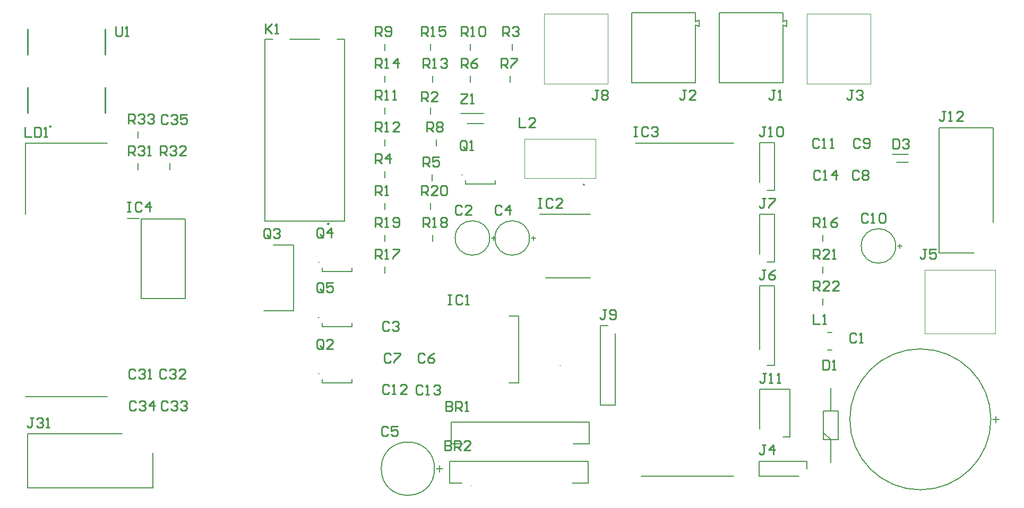
<source format=gbr>
G04*
G04 #@! TF.GenerationSoftware,Altium Limited,Altium Designer,22.4.2 (48)*
G04*
G04 Layer_Color=65535*
%FSLAX25Y25*%
%MOIN*%
G70*
G04*
G04 #@! TF.SameCoordinates,2971098F-D652-4CA7-83C6-057752F44447*
G04*
G04*
G04 #@! TF.FilePolarity,Positive*
G04*
G01*
G75*
%ADD10C,0.00787*%
%ADD11C,0.01000*%
%ADD12C,0.00984*%
%ADD13C,0.00394*%
%ADD14C,0.00500*%
%ADD15C,0.00591*%
D10*
X271232Y25000D02*
G03*
X271232Y25000I-16732J0D01*
G01*
X620606Y56000D02*
G03*
X620606Y56000I-44291J0D01*
G01*
X288307Y209685D02*
G03*
X288701Y209685I197J0D01*
G01*
D02*
G03*
X288307Y209685I-197J0D01*
G01*
D02*
G03*
X288701Y209685I197J0D01*
G01*
X330827Y170000D02*
G03*
X330827Y170000I-10827J0D01*
G01*
X560827Y165000D02*
G03*
X560827Y165000I-10827J0D01*
G01*
X305827Y170000D02*
G03*
X305827Y170000I-10827J0D01*
G01*
X198307Y84685D02*
G03*
X198701Y84685I197J0D01*
G01*
D02*
G03*
X198307Y84685I-197J0D01*
G01*
D02*
G03*
X198701Y84685I197J0D01*
G01*
X198307Y154685D02*
G03*
X198701Y154685I197J0D01*
G01*
D02*
G03*
X198307Y154685I-197J0D01*
G01*
D02*
G03*
X198701Y154685I197J0D01*
G01*
X198307Y120000D02*
G03*
X198701Y120000I197J0D01*
G01*
D02*
G03*
X198307Y120000I-197J0D01*
G01*
D02*
G03*
X198701Y120000I197J0D01*
G01*
X365000Y203976D02*
G03*
X365000Y203189I0J-394D01*
G01*
D02*
G03*
X365000Y203976I0J394D01*
G01*
X268740Y247933D02*
Y252067D01*
X490000Y303920D02*
X492323Y302914D01*
X490000Y305962D02*
X492323Y306969D01*
Y302914D02*
Y306969D01*
X450000Y311654D02*
X490000D01*
Y305962D02*
Y311654D01*
Y267559D02*
Y303920D01*
X450000Y267559D02*
X490000D01*
X450000D02*
Y311654D01*
X435000Y303920D02*
X437323Y302914D01*
X435000Y305962D02*
X437323Y306969D01*
Y302914D02*
Y306969D01*
X395000Y311654D02*
X435000D01*
Y305962D02*
Y311654D01*
Y267559D02*
Y303920D01*
X395000Y267559D02*
X435000D01*
X395000D02*
Y311654D01*
X164764Y180748D02*
Y294921D01*
X209941D02*
X214764D01*
X180413D02*
X199114D01*
X164764D02*
X169587D01*
X214764Y180748D02*
Y294921D01*
X164764Y180748D02*
X214764D01*
X87220Y182000D02*
X114780D01*
Y132000D02*
Y182000D01*
X87220Y132000D02*
X114780D01*
X87220D02*
Y182000D01*
X78362Y182256D02*
X85843D01*
X287736Y248150D02*
X302185D01*
X291594Y241850D02*
X302185D01*
X293740Y287933D02*
Y292067D01*
X318740Y267933D02*
Y272067D01*
X293740Y267933D02*
Y272067D01*
X320000Y287933D02*
Y292067D01*
X290630Y204055D02*
Y206142D01*
Y204055D02*
X309370D01*
Y206142D01*
X318150Y79016D02*
X323937D01*
Y120984D01*
X318150D02*
X323937D01*
X515354Y43118D02*
Y61370D01*
X524646D01*
Y43118D02*
Y61370D01*
X515354Y43118D02*
X524646D01*
X515354Y47764D02*
X520000Y43118D01*
Y28969D02*
Y43118D01*
Y61370D02*
Y75520D01*
X357596Y16037D02*
X367695D01*
Y29541D01*
X280884D02*
X367695D01*
X280884Y16037D02*
Y29541D01*
Y16037D02*
X288305D01*
X358307Y40638D02*
X368406D01*
Y54142D01*
X281594D02*
X368406D01*
X281594Y40638D02*
Y54142D01*
Y40638D02*
X289016D01*
X85000Y232933D02*
Y237067D01*
X105000Y212933D02*
Y217067D01*
X85000Y212933D02*
Y217067D01*
X14311Y185000D02*
Y229626D01*
X65689D01*
X14311Y70374D02*
X65689D01*
X15591Y46909D02*
X75000D01*
X15591Y13091D02*
Y46909D01*
Y13091D02*
X94409D01*
Y35000D01*
X269740Y205933D02*
Y210067D01*
X515000Y127933D02*
Y132067D01*
Y147933D02*
Y152067D01*
Y167933D02*
Y172067D01*
X518210Y110524D02*
X520562D01*
X518210Y99476D02*
X520562D01*
X588091Y160591D02*
X610000D01*
X588091D02*
Y239409D01*
X621909D01*
Y180000D02*
Y239409D01*
X490000Y45000D02*
X494508D01*
Y75000D01*
X475492D02*
X494508D01*
X475492Y50000D02*
Y75000D01*
X480000Y200000D02*
X484744D01*
Y230000D01*
X475256D02*
X484744D01*
X475256Y205000D02*
Y230000D01*
X375256Y115000D02*
X380000D01*
X375256Y65000D02*
Y115000D01*
Y65000D02*
X384744D01*
Y110000D01*
X480000Y155000D02*
X484744D01*
Y185000D01*
X475256D02*
X484744D01*
X475256Y160000D02*
Y185000D01*
X480000Y90000D02*
X484744D01*
Y140000D01*
X475256D02*
X484744D01*
X475256Y100000D02*
Y140000D01*
X505000Y25000D02*
Y29744D01*
X475000D02*
X505000D01*
X475000Y20256D02*
Y29744D01*
Y20256D02*
X500000D01*
X401000Y20252D02*
X459000D01*
X397295Y229748D02*
X459000D01*
X561358Y217539D02*
X568642D01*
X558858Y222461D02*
X568642D01*
X240000Y187933D02*
Y192067D01*
Y207933D02*
Y212067D01*
X272260Y227933D02*
Y232067D01*
X240000Y227933D02*
Y232067D01*
Y247933D02*
Y252067D01*
X270000Y267933D02*
Y272067D01*
X341000Y145000D02*
X369000D01*
X337346Y185000D02*
X369000D01*
X240000Y267933D02*
Y272067D01*
Y287933D02*
Y292067D01*
X268740Y287933D02*
Y292067D01*
X219370Y79055D02*
Y81142D01*
X200630Y79055D02*
X219370D01*
X200630D02*
Y81142D01*
X240000Y147933D02*
Y152067D01*
X170000Y165748D02*
X182579D01*
Y124252D02*
Y165748D01*
X164114Y124252D02*
X182579D01*
X270000Y167933D02*
Y172067D01*
X219370Y149055D02*
Y151142D01*
X200630Y149055D02*
X219370D01*
X200630D02*
Y151142D01*
X219370Y114370D02*
Y116457D01*
X200630Y114370D02*
X219370D01*
X200630D02*
Y116457D01*
X240000Y167933D02*
Y172067D01*
X268740Y187933D02*
Y192067D01*
D11*
X30351Y240106D02*
G03*
X30351Y240106I-323J0D01*
G01*
X64409Y248622D02*
Y264764D01*
Y285236D02*
Y301378D01*
X15591Y248622D02*
Y264764D01*
Y285236D02*
Y301378D01*
X78300Y192698D02*
X80299D01*
X79300D01*
Y186700D01*
X78300D01*
X80299D01*
X87297Y191698D02*
X86297Y192698D01*
X84298D01*
X83298Y191698D01*
Y187700D01*
X84298Y186700D01*
X86297D01*
X87297Y187700D01*
X92295Y186700D02*
Y192698D01*
X89296Y189699D01*
X93295D01*
X287700Y260698D02*
X291699D01*
Y259698D01*
X287700Y255700D01*
Y254700D01*
X291699D01*
X293698D02*
X295697D01*
X294698D01*
Y260698D01*
X293698Y259698D01*
X71001Y302999D02*
Y298001D01*
X72001Y297001D01*
X74000D01*
X75000Y298001D01*
Y302999D01*
X76999Y297001D02*
X78999D01*
X77999D01*
Y302999D01*
X76999Y301999D01*
X79200Y241800D02*
Y247798D01*
X82199D01*
X83199Y246798D01*
Y244799D01*
X82199Y243799D01*
X79200D01*
X81199D02*
X83199Y241800D01*
X85198Y246798D02*
X86198Y247798D01*
X88197D01*
X89197Y246798D01*
Y245799D01*
X88197Y244799D01*
X87197D01*
X88197D01*
X89197Y243799D01*
Y242800D01*
X88197Y241800D01*
X86198D01*
X85198Y242800D01*
X91196Y246798D02*
X92196Y247798D01*
X94195D01*
X95195Y246798D01*
Y245799D01*
X94195Y244799D01*
X93195D01*
X94195D01*
X95195Y243799D01*
Y242800D01*
X94195Y241800D01*
X92196D01*
X91196Y242800D01*
X99200Y221800D02*
Y227798D01*
X102199D01*
X103199Y226798D01*
Y224799D01*
X102199Y223799D01*
X99200D01*
X101199D02*
X103199Y221800D01*
X105198Y226798D02*
X106198Y227798D01*
X108197D01*
X109197Y226798D01*
Y225799D01*
X108197Y224799D01*
X107197D01*
X108197D01*
X109197Y223799D01*
Y222800D01*
X108197Y221800D01*
X106198D01*
X105198Y222800D01*
X115195Y221800D02*
X111196D01*
X115195Y225799D01*
Y226798D01*
X114195Y227798D01*
X112196D01*
X111196Y226798D01*
X79200Y221800D02*
Y227798D01*
X82199D01*
X83199Y226798D01*
Y224799D01*
X82199Y223799D01*
X79200D01*
X81199D02*
X83199Y221800D01*
X85198Y226798D02*
X86198Y227798D01*
X88197D01*
X89197Y226798D01*
Y225799D01*
X88197Y224799D01*
X87197D01*
X88197D01*
X89197Y223799D01*
Y222800D01*
X88197Y221800D01*
X86198D01*
X85198Y222800D01*
X91196Y221800D02*
X93195D01*
X92196D01*
Y227798D01*
X91196Y226798D01*
X509100Y137000D02*
Y142998D01*
X512099D01*
X513099Y141998D01*
Y139999D01*
X512099Y138999D01*
X509100D01*
X511099D02*
X513099Y137000D01*
X519097D02*
X515098D01*
X519097Y140999D01*
Y141998D01*
X518097Y142998D01*
X516098D01*
X515098Y141998D01*
X525095Y137000D02*
X521096D01*
X525095Y140999D01*
Y141998D01*
X524095Y142998D01*
X522096D01*
X521096Y141998D01*
X509100Y157000D02*
Y162998D01*
X512099D01*
X513099Y161998D01*
Y159999D01*
X512099Y158999D01*
X509100D01*
X511099D02*
X513099Y157000D01*
X519097D02*
X515098D01*
X519097Y160999D01*
Y161998D01*
X518097Y162998D01*
X516098D01*
X515098Y161998D01*
X521096Y157000D02*
X523096D01*
X522096D01*
Y162998D01*
X521096Y161998D01*
X262900Y196800D02*
Y202798D01*
X265899D01*
X266899Y201798D01*
Y199799D01*
X265899Y198799D01*
X262900D01*
X264899D02*
X266899Y196800D01*
X272897D02*
X268898D01*
X272897Y200799D01*
Y201798D01*
X271897Y202798D01*
X269898D01*
X268898Y201798D01*
X274896D02*
X275896Y202798D01*
X277895D01*
X278895Y201798D01*
Y197800D01*
X277895Y196800D01*
X275896D01*
X274896Y197800D01*
Y201798D01*
X234200Y176800D02*
Y182798D01*
X237199D01*
X238199Y181798D01*
Y179799D01*
X237199Y178799D01*
X234200D01*
X236199D02*
X238199Y176800D01*
X240198D02*
X242197D01*
X241198D01*
Y182798D01*
X240198Y181798D01*
X245196Y177800D02*
X246196Y176800D01*
X248196D01*
X249195Y177800D01*
Y181798D01*
X248196Y182798D01*
X246196D01*
X245196Y181798D01*
Y180799D01*
X246196Y179799D01*
X249195D01*
X264200Y176800D02*
Y182798D01*
X267199D01*
X268199Y181798D01*
Y179799D01*
X267199Y178799D01*
X264200D01*
X266199D02*
X268199Y176800D01*
X270198D02*
X272197D01*
X271198D01*
Y182798D01*
X270198Y181798D01*
X275196D02*
X276196Y182798D01*
X278196D01*
X279195Y181798D01*
Y180799D01*
X278196Y179799D01*
X279195Y178799D01*
Y177800D01*
X278196Y176800D01*
X276196D01*
X275196Y177800D01*
Y178799D01*
X276196Y179799D01*
X275196Y180799D01*
Y181798D01*
X276196Y179799D02*
X278196D01*
X234200Y156800D02*
Y162798D01*
X237199D01*
X238199Y161798D01*
Y159799D01*
X237199Y158799D01*
X234200D01*
X236199D02*
X238199Y156800D01*
X240198D02*
X242197D01*
X241198D01*
Y162798D01*
X240198Y161798D01*
X245196Y162798D02*
X249195D01*
Y161798D01*
X245196Y157800D01*
Y156800D01*
X509100Y177000D02*
Y182998D01*
X512099D01*
X513099Y181998D01*
Y179999D01*
X512099Y178999D01*
X509100D01*
X511099D02*
X513099Y177000D01*
X515098D02*
X517097D01*
X516098D01*
Y182998D01*
X515098Y181998D01*
X524095Y182998D02*
X522096Y181998D01*
X520096Y179999D01*
Y178000D01*
X521096Y177000D01*
X523096D01*
X524095Y178000D01*
Y178999D01*
X523096Y179999D01*
X520096D01*
X262900Y296800D02*
Y302798D01*
X265899D01*
X266899Y301798D01*
Y299799D01*
X265899Y298799D01*
X262900D01*
X264899D02*
X266899Y296800D01*
X268898D02*
X270897D01*
X269898D01*
Y302798D01*
X268898Y301798D01*
X277895Y302798D02*
X273896D01*
Y299799D01*
X275896Y300799D01*
X276895D01*
X277895Y299799D01*
Y297800D01*
X276895Y296800D01*
X274896D01*
X273896Y297800D01*
X234200Y276800D02*
Y282798D01*
X237199D01*
X238199Y281798D01*
Y279799D01*
X237199Y278799D01*
X234200D01*
X236199D02*
X238199Y276800D01*
X240198D02*
X242197D01*
X241198D01*
Y282798D01*
X240198Y281798D01*
X248196Y276800D02*
Y282798D01*
X245196Y279799D01*
X249195D01*
X264200Y276800D02*
Y282798D01*
X267199D01*
X268199Y281798D01*
Y279799D01*
X267199Y278799D01*
X264200D01*
X266199D02*
X268199Y276800D01*
X270198D02*
X272197D01*
X271198D01*
Y282798D01*
X270198Y281798D01*
X275196D02*
X276196Y282798D01*
X278196D01*
X279195Y281798D01*
Y280799D01*
X278196Y279799D01*
X277196D01*
X278196D01*
X279195Y278799D01*
Y277800D01*
X278196Y276800D01*
X276196D01*
X275196Y277800D01*
X234200Y236800D02*
Y242798D01*
X237199D01*
X238199Y241798D01*
Y239799D01*
X237199Y238799D01*
X234200D01*
X236199D02*
X238199Y236800D01*
X240198D02*
X242197D01*
X241198D01*
Y242798D01*
X240198Y241798D01*
X249195Y236800D02*
X245196D01*
X249195Y240799D01*
Y241798D01*
X248196Y242798D01*
X246196D01*
X245196Y241798D01*
X234200Y256800D02*
Y262798D01*
X237199D01*
X238199Y261798D01*
Y259799D01*
X237199Y258799D01*
X234200D01*
X236199D02*
X238199Y256800D01*
X240198D02*
X242197D01*
X241198D01*
Y262798D01*
X240198Y261798D01*
X245196Y256800D02*
X247196D01*
X246196D01*
Y262798D01*
X245196Y261798D01*
X287900Y296800D02*
Y302798D01*
X290899D01*
X291899Y301798D01*
Y299799D01*
X290899Y298799D01*
X287900D01*
X289899D02*
X291899Y296800D01*
X293898D02*
X295897D01*
X294898D01*
Y302798D01*
X293898Y301798D01*
X298896D02*
X299896Y302798D01*
X301895D01*
X302895Y301798D01*
Y297800D01*
X301895Y296800D01*
X299896D01*
X298896Y297800D01*
Y301798D01*
X234200Y296800D02*
Y302798D01*
X237199D01*
X238199Y301798D01*
Y299799D01*
X237199Y298799D01*
X234200D01*
X236199D02*
X238199Y296800D01*
X240198Y297800D02*
X241198Y296800D01*
X243197D01*
X244197Y297800D01*
Y301798D01*
X243197Y302798D01*
X241198D01*
X240198Y301798D01*
Y300799D01*
X241198Y299799D01*
X244197D01*
X266500Y236800D02*
Y242798D01*
X269499D01*
X270499Y241798D01*
Y239799D01*
X269499Y238799D01*
X266500D01*
X268499D02*
X270499Y236800D01*
X272498Y241798D02*
X273498Y242798D01*
X275497D01*
X276497Y241798D01*
Y240799D01*
X275497Y239799D01*
X276497Y238799D01*
Y237800D01*
X275497Y236800D01*
X273498D01*
X272498Y237800D01*
Y238799D01*
X273498Y239799D01*
X272498Y240799D01*
Y241798D01*
X273498Y239799D02*
X275497D01*
X312900Y276800D02*
Y282798D01*
X315899D01*
X316899Y281798D01*
Y279799D01*
X315899Y278799D01*
X312900D01*
X314899D02*
X316899Y276800D01*
X318898Y282798D02*
X322897D01*
Y281798D01*
X318898Y277800D01*
Y276800D01*
X287900D02*
Y282798D01*
X290899D01*
X291899Y281798D01*
Y279799D01*
X290899Y278799D01*
X287900D01*
X289899D02*
X291899Y276800D01*
X297897Y282798D02*
X295897Y281798D01*
X293898Y279799D01*
Y277800D01*
X294898Y276800D01*
X296897D01*
X297897Y277800D01*
Y278799D01*
X296897Y279799D01*
X293898D01*
X263900Y214800D02*
Y220798D01*
X266899D01*
X267899Y219798D01*
Y217799D01*
X266899Y216799D01*
X263900D01*
X265899D02*
X267899Y214800D01*
X273897Y220798D02*
X269898D01*
Y217799D01*
X271897Y218799D01*
X272897D01*
X273897Y217799D01*
Y215800D01*
X272897Y214800D01*
X270898D01*
X269898Y215800D01*
X234200Y216800D02*
Y222798D01*
X237199D01*
X238199Y221798D01*
Y219799D01*
X237199Y218799D01*
X234200D01*
X236199D02*
X238199Y216800D01*
X243197D02*
Y222798D01*
X240198Y219799D01*
X244197D01*
X314200Y296800D02*
Y302798D01*
X317199D01*
X318199Y301798D01*
Y299799D01*
X317199Y298799D01*
X314200D01*
X316199D02*
X318199Y296800D01*
X320198Y301798D02*
X321198Y302798D01*
X323197D01*
X324197Y301798D01*
Y300799D01*
X323197Y299799D01*
X322197D01*
X323197D01*
X324197Y298799D01*
Y297800D01*
X323197Y296800D01*
X321198D01*
X320198Y297800D01*
X263002Y256001D02*
Y261999D01*
X266001D01*
X267000Y260999D01*
Y259000D01*
X266001Y258000D01*
X263002D01*
X265001D02*
X267000Y256001D01*
X272998D02*
X269000D01*
X272998Y260000D01*
Y260999D01*
X271999Y261999D01*
X269999D01*
X269000Y260999D01*
X234200Y196800D02*
Y202798D01*
X237199D01*
X238199Y201798D01*
Y199799D01*
X237199Y198799D01*
X234200D01*
X236199D02*
X238199Y196800D01*
X240198D02*
X242197D01*
X241198D01*
Y202798D01*
X240198Y201798D01*
X201499Y136800D02*
Y140798D01*
X200499Y141798D01*
X198500D01*
X197500Y140798D01*
Y136800D01*
X198500Y135800D01*
X200499D01*
X199499Y137799D02*
X201499Y135800D01*
X200499D02*
X201499Y136800D01*
X207497Y141798D02*
X203498D01*
Y138799D01*
X205497Y139799D01*
X206497D01*
X207497Y138799D01*
Y136800D01*
X206497Y135800D01*
X204498D01*
X203498Y136800D01*
X201499Y171400D02*
Y175398D01*
X200499Y176398D01*
X198500D01*
X197500Y175398D01*
Y171400D01*
X198500Y170400D01*
X200499D01*
X199499Y172399D02*
X201499Y170400D01*
X200499D02*
X201499Y171400D01*
X206497Y170400D02*
Y176398D01*
X203498Y173399D01*
X207497D01*
X167999Y170800D02*
Y174798D01*
X166999Y175798D01*
X165000D01*
X164000Y174798D01*
Y170800D01*
X165000Y169800D01*
X166999D01*
X165999Y171799D02*
X167999Y169800D01*
X166999D02*
X167999Y170800D01*
X169998Y174798D02*
X170998Y175798D01*
X172997D01*
X173997Y174798D01*
Y173799D01*
X172997Y172799D01*
X171997D01*
X172997D01*
X173997Y171799D01*
Y170800D01*
X172997Y169800D01*
X170998D01*
X169998Y170800D01*
X201499Y101400D02*
Y105398D01*
X200499Y106398D01*
X198500D01*
X197500Y105398D01*
Y101400D01*
X198500Y100400D01*
X200499D01*
X199499Y102399D02*
X201499Y100400D01*
X200499D02*
X201499Y101400D01*
X207497Y100400D02*
X203498D01*
X207497Y104399D01*
Y105398D01*
X206497Y106398D01*
X204498D01*
X203498Y105398D01*
X291499Y226400D02*
Y230398D01*
X290499Y231398D01*
X288500D01*
X287500Y230398D01*
Y226400D01*
X288500Y225400D01*
X290499D01*
X289499Y227399D02*
X291499Y225400D01*
X290499D02*
X291499Y226400D01*
X293498Y225400D02*
X295497D01*
X294498D01*
Y231398D01*
X293498Y230398D01*
X14200Y239698D02*
Y233700D01*
X18199D01*
X20198Y239698D02*
Y233700D01*
X23197D01*
X24197Y234700D01*
Y238698D01*
X23197Y239698D01*
X20198D01*
X26196Y233700D02*
X28196D01*
X27196D01*
Y239698D01*
X26196Y238698D01*
X324500Y245498D02*
Y239500D01*
X328499D01*
X334497D02*
X330498D01*
X334497Y243499D01*
Y244498D01*
X333497Y245498D01*
X331498D01*
X330498Y244498D01*
X509200Y121898D02*
Y115900D01*
X513199D01*
X515198D02*
X517197D01*
X516198D01*
Y121898D01*
X515198Y120898D01*
X165000Y304698D02*
Y298700D01*
Y300699D01*
X168999Y304698D01*
X166000Y301699D01*
X168999Y298700D01*
X170998D02*
X172997D01*
X171998D01*
Y304698D01*
X170998Y303698D01*
X19499Y56998D02*
X17499D01*
X18499D01*
Y52000D01*
X17499Y51000D01*
X16500D01*
X15500Y52000D01*
X21498Y55998D02*
X22498Y56998D01*
X24497D01*
X25497Y55998D01*
Y54999D01*
X24497Y53999D01*
X23497D01*
X24497D01*
X25497Y52999D01*
Y52000D01*
X24497Y51000D01*
X22498D01*
X21498Y52000D01*
X27496Y51000D02*
X29495D01*
X28496D01*
Y56998D01*
X27496Y55998D01*
X591999Y249498D02*
X589999D01*
X590999D01*
Y244500D01*
X589999Y243500D01*
X589000D01*
X588000Y244500D01*
X593998Y243500D02*
X595997D01*
X594998D01*
Y249498D01*
X593998Y248498D01*
X602995Y243500D02*
X598996D01*
X602995Y247499D01*
Y248498D01*
X601996Y249498D01*
X599996D01*
X598996Y248498D01*
X479399Y85098D02*
X477399D01*
X478399D01*
Y80100D01*
X477399Y79100D01*
X476400D01*
X475400Y80100D01*
X481398Y79100D02*
X483397D01*
X482398D01*
Y85098D01*
X481398Y84098D01*
X486396Y79100D02*
X488396D01*
X487396D01*
Y85098D01*
X486396Y84098D01*
X479199Y240098D02*
X477199D01*
X478199D01*
Y235100D01*
X477199Y234100D01*
X476200D01*
X475200Y235100D01*
X481198Y234100D02*
X483197D01*
X482198D01*
Y240098D01*
X481198Y239098D01*
X486196D02*
X487196Y240098D01*
X489195D01*
X490195Y239098D01*
Y235100D01*
X489195Y234100D01*
X487196D01*
X486196Y235100D01*
Y239098D01*
X379199Y125098D02*
X377199D01*
X378199D01*
Y120100D01*
X377199Y119100D01*
X376200D01*
X375200Y120100D01*
X381198D02*
X382198Y119100D01*
X384197D01*
X385197Y120100D01*
Y124098D01*
X384197Y125098D01*
X382198D01*
X381198Y124098D01*
Y123099D01*
X382198Y122099D01*
X385197D01*
X374000Y262999D02*
X372001D01*
X373001D01*
Y258001D01*
X372001Y257001D01*
X371001D01*
X370002Y258001D01*
X376000Y261999D02*
X376999Y262999D01*
X378999D01*
X379998Y261999D01*
Y261000D01*
X378999Y260000D01*
X379998Y259000D01*
Y258001D01*
X378999Y257001D01*
X376999D01*
X376000Y258001D01*
Y259000D01*
X376999Y260000D01*
X376000Y261000D01*
Y261999D01*
X376999Y260000D02*
X378999D01*
X479199Y195098D02*
X477199D01*
X478199D01*
Y190100D01*
X477199Y189100D01*
X476200D01*
X475200Y190100D01*
X481198Y195098D02*
X485197D01*
Y194098D01*
X481198Y190100D01*
Y189100D01*
X479199Y150098D02*
X477199D01*
X478199D01*
Y145100D01*
X477199Y144100D01*
X476200D01*
X475200Y145100D01*
X485197Y150098D02*
X483197Y149098D01*
X481198Y147099D01*
Y145100D01*
X482198Y144100D01*
X484197D01*
X485197Y145100D01*
Y146099D01*
X484197Y147099D01*
X481198D01*
X478899Y39798D02*
X476899D01*
X477899D01*
Y34800D01*
X476899Y33800D01*
X475900D01*
X474900Y34800D01*
X483897Y33800D02*
Y39798D01*
X480898Y36799D01*
X484897D01*
X534000Y262999D02*
X532001D01*
X533001D01*
Y258001D01*
X532001Y257001D01*
X531001D01*
X530002Y258001D01*
X536000Y261999D02*
X536999Y262999D01*
X538999D01*
X539998Y261999D01*
Y261000D01*
X538999Y260000D01*
X537999D01*
X538999D01*
X539998Y259000D01*
Y258001D01*
X538999Y257001D01*
X536999D01*
X536000Y258001D01*
X429000Y262999D02*
X427001D01*
X428001D01*
Y258001D01*
X427001Y257001D01*
X426001D01*
X425002Y258001D01*
X434998Y257001D02*
X431000D01*
X434998Y261000D01*
Y261999D01*
X433999Y262999D01*
X431999D01*
X431000Y261999D01*
X485000Y262999D02*
X483001D01*
X484000D01*
Y258001D01*
X483001Y257001D01*
X482001D01*
X481001Y258001D01*
X486999Y257001D02*
X488999D01*
X487999D01*
Y262999D01*
X486999Y261999D01*
X396300Y239798D02*
X398299D01*
X397300D01*
Y233800D01*
X396300D01*
X398299D01*
X405297Y238798D02*
X404297Y239798D01*
X402298D01*
X401298Y238798D01*
Y234800D01*
X402298Y233800D01*
X404297D01*
X405297Y234800D01*
X407296Y238798D02*
X408296Y239798D01*
X410295D01*
X411295Y238798D01*
Y237799D01*
X410295Y236799D01*
X409296D01*
X410295D01*
X411295Y235799D01*
Y234800D01*
X410295Y233800D01*
X408296D01*
X407296Y234800D01*
X336400Y195098D02*
X338399D01*
X337400D01*
Y189100D01*
X336400D01*
X338399D01*
X345397Y194098D02*
X344397Y195098D01*
X342398D01*
X341398Y194098D01*
Y190100D01*
X342398Y189100D01*
X344397D01*
X345397Y190100D01*
X351395Y189100D02*
X347396D01*
X351395Y193099D01*
Y194098D01*
X350395Y195098D01*
X348396D01*
X347396Y194098D01*
X279800Y134198D02*
X281799D01*
X280800D01*
Y128200D01*
X279800D01*
X281799D01*
X288797Y133198D02*
X287797Y134198D01*
X285798D01*
X284798Y133198D01*
Y129200D01*
X285798Y128200D01*
X287797D01*
X288797Y129200D01*
X290796Y128200D02*
X292796D01*
X291796D01*
Y134198D01*
X290796Y133198D01*
X559200Y232298D02*
Y226300D01*
X562199D01*
X563199Y227300D01*
Y231298D01*
X562199Y232298D01*
X559200D01*
X565198Y231298D02*
X566198Y232298D01*
X568197D01*
X569197Y231298D01*
Y230299D01*
X568197Y229299D01*
X567197D01*
X568197D01*
X569197Y228299D01*
Y227300D01*
X568197Y226300D01*
X566198D01*
X565198Y227300D01*
X514900Y93198D02*
Y87200D01*
X517899D01*
X518899Y88200D01*
Y92198D01*
X517899Y93198D01*
X514900D01*
X520898Y87200D02*
X522897D01*
X521898D01*
Y93198D01*
X520898Y92198D01*
X103599Y246498D02*
X102599Y247498D01*
X100600D01*
X99600Y246498D01*
Y242500D01*
X100600Y241500D01*
X102599D01*
X103599Y242500D01*
X105598Y246498D02*
X106598Y247498D01*
X108597D01*
X109597Y246498D01*
Y245499D01*
X108597Y244499D01*
X107597D01*
X108597D01*
X109597Y243499D01*
Y242500D01*
X108597Y241500D01*
X106598D01*
X105598Y242500D01*
X115595Y247498D02*
X111596D01*
Y244499D01*
X113595Y245499D01*
X114595D01*
X115595Y244499D01*
Y242500D01*
X114595Y241500D01*
X112596D01*
X111596Y242500D01*
X83599Y66498D02*
X82599Y67498D01*
X80600D01*
X79600Y66498D01*
Y62500D01*
X80600Y61500D01*
X82599D01*
X83599Y62500D01*
X85598Y66498D02*
X86598Y67498D01*
X88597D01*
X89597Y66498D01*
Y65499D01*
X88597Y64499D01*
X87597D01*
X88597D01*
X89597Y63499D01*
Y62500D01*
X88597Y61500D01*
X86598D01*
X85598Y62500D01*
X94595Y61500D02*
Y67498D01*
X91596Y64499D01*
X95595D01*
X103599Y66498D02*
X102599Y67498D01*
X100600D01*
X99600Y66498D01*
Y62500D01*
X100600Y61500D01*
X102599D01*
X103599Y62500D01*
X105598Y66498D02*
X106598Y67498D01*
X108597D01*
X109597Y66498D01*
Y65499D01*
X108597Y64499D01*
X107597D01*
X108597D01*
X109597Y63499D01*
Y62500D01*
X108597Y61500D01*
X106598D01*
X105598Y62500D01*
X111596Y66498D02*
X112596Y67498D01*
X114595D01*
X115595Y66498D01*
Y65499D01*
X114595Y64499D01*
X113595D01*
X114595D01*
X115595Y63499D01*
Y62500D01*
X114595Y61500D01*
X112596D01*
X111596Y62500D01*
X102799Y86498D02*
X101799Y87498D01*
X99800D01*
X98800Y86498D01*
Y82500D01*
X99800Y81500D01*
X101799D01*
X102799Y82500D01*
X104798Y86498D02*
X105798Y87498D01*
X107797D01*
X108797Y86498D01*
Y85499D01*
X107797Y84499D01*
X106797D01*
X107797D01*
X108797Y83499D01*
Y82500D01*
X107797Y81500D01*
X105798D01*
X104798Y82500D01*
X114795Y81500D02*
X110796D01*
X114795Y85499D01*
Y86498D01*
X113795Y87498D01*
X111796D01*
X110796Y86498D01*
X83299D02*
X82299Y87498D01*
X80300D01*
X79300Y86498D01*
Y82500D01*
X80300Y81500D01*
X82299D01*
X83299Y82500D01*
X85298Y86498D02*
X86298Y87498D01*
X88297D01*
X89297Y86498D01*
Y85499D01*
X88297Y84499D01*
X87297D01*
X88297D01*
X89297Y83499D01*
Y82500D01*
X88297Y81500D01*
X86298D01*
X85298Y82500D01*
X91296Y81500D02*
X93296D01*
X92296D01*
Y87498D01*
X91296Y86498D01*
X513299Y211498D02*
X512299Y212498D01*
X510300D01*
X509300Y211498D01*
Y207500D01*
X510300Y206500D01*
X512299D01*
X513299Y207500D01*
X515298Y206500D02*
X517297D01*
X516298D01*
Y212498D01*
X515298Y211498D01*
X523295Y206500D02*
Y212498D01*
X520296Y209499D01*
X524295D01*
X263599Y76498D02*
X262599Y77498D01*
X260600D01*
X259600Y76498D01*
Y72500D01*
X260600Y71500D01*
X262599D01*
X263599Y72500D01*
X265598Y71500D02*
X267597D01*
X266598D01*
Y77498D01*
X265598Y76498D01*
X270596D02*
X271596Y77498D01*
X273595D01*
X274595Y76498D01*
Y75499D01*
X273595Y74499D01*
X272596D01*
X273595D01*
X274595Y73499D01*
Y72500D01*
X273595Y71500D01*
X271596D01*
X270596Y72500D01*
X242599Y76998D02*
X241599Y77998D01*
X239600D01*
X238600Y76998D01*
Y73000D01*
X239600Y72000D01*
X241599D01*
X242599Y73000D01*
X244598Y72000D02*
X246597D01*
X245598D01*
Y77998D01*
X244598Y76998D01*
X253595Y72000D02*
X249596D01*
X253595Y75999D01*
Y76998D01*
X252595Y77998D01*
X250596D01*
X249596Y76998D01*
X512799Y231498D02*
X511799Y232498D01*
X509800D01*
X508800Y231498D01*
Y227500D01*
X509800Y226500D01*
X511799D01*
X512799Y227500D01*
X514798Y226500D02*
X516797D01*
X515798D01*
Y232498D01*
X514798Y231498D01*
X519796Y226500D02*
X521796D01*
X520796D01*
Y232498D01*
X519796Y231498D01*
X543299Y184698D02*
X542299Y185698D01*
X540300D01*
X539300Y184698D01*
Y180700D01*
X540300Y179700D01*
X542299D01*
X543299Y180700D01*
X545298Y179700D02*
X547297D01*
X546298D01*
Y185698D01*
X545298Y184698D01*
X550296D02*
X551296Y185698D01*
X553296D01*
X554295Y184698D01*
Y180700D01*
X553296Y179700D01*
X551296D01*
X550296Y180700D01*
Y184698D01*
X538299Y231498D02*
X537299Y232498D01*
X535300D01*
X534300Y231498D01*
Y227500D01*
X535300Y226500D01*
X537299D01*
X538299Y227500D01*
X540298D02*
X541298Y226500D01*
X543297D01*
X544297Y227500D01*
Y231498D01*
X543297Y232498D01*
X541298D01*
X540298Y231498D01*
Y230499D01*
X541298Y229499D01*
X544297D01*
X537799Y211498D02*
X536799Y212498D01*
X534800D01*
X533800Y211498D01*
Y207500D01*
X534800Y206500D01*
X536799D01*
X537799Y207500D01*
X539798Y211498D02*
X540798Y212498D01*
X542797D01*
X543797Y211498D01*
Y210499D01*
X542797Y209499D01*
X543797Y208499D01*
Y207500D01*
X542797Y206500D01*
X540798D01*
X539798Y207500D01*
Y208499D01*
X540798Y209499D01*
X539798Y210499D01*
Y211498D01*
X540798Y209499D02*
X542797D01*
X243599Y96498D02*
X242599Y97498D01*
X240600D01*
X239600Y96498D01*
Y92500D01*
X240600Y91500D01*
X242599D01*
X243599Y92500D01*
X245598Y97498D02*
X249597D01*
Y96498D01*
X245598Y92500D01*
Y91500D01*
X264899Y96498D02*
X263899Y97498D01*
X261900D01*
X260900Y96498D01*
Y92500D01*
X261900Y91500D01*
X263899D01*
X264899Y92500D01*
X270897Y97498D02*
X268897Y96498D01*
X266898Y94499D01*
Y92500D01*
X267898Y91500D01*
X269897D01*
X270897Y92500D01*
Y93499D01*
X269897Y94499D01*
X266898D01*
X241899Y50598D02*
X240899Y51598D01*
X238900D01*
X237900Y50598D01*
Y46600D01*
X238900Y45600D01*
X240899D01*
X241899Y46600D01*
X247897Y51598D02*
X243898D01*
Y48599D01*
X245897Y49599D01*
X246897D01*
X247897Y48599D01*
Y46600D01*
X246897Y45600D01*
X244898D01*
X243898Y46600D01*
X313299Y189698D02*
X312299Y190698D01*
X310300D01*
X309300Y189698D01*
Y185700D01*
X310300Y184700D01*
X312299D01*
X313299Y185700D01*
X318297Y184700D02*
Y190698D01*
X315298Y187699D01*
X319297D01*
X242799Y116498D02*
X241799Y117498D01*
X239800D01*
X238800Y116498D01*
Y112500D01*
X239800Y111500D01*
X241799D01*
X242799Y112500D01*
X244798Y116498D02*
X245798Y117498D01*
X247797D01*
X248797Y116498D01*
Y115499D01*
X247797Y114499D01*
X246797D01*
X247797D01*
X248797Y113499D01*
Y112500D01*
X247797Y111500D01*
X245798D01*
X244798Y112500D01*
X288299Y189698D02*
X287299Y190698D01*
X285300D01*
X284300Y189698D01*
Y185700D01*
X285300Y184700D01*
X287299D01*
X288299Y185700D01*
X294297Y184700D02*
X290298D01*
X294297Y188699D01*
Y189698D01*
X293297Y190698D01*
X291298D01*
X290298Y189698D01*
X536099Y109198D02*
X535099Y110198D01*
X533100D01*
X532100Y109198D01*
Y105200D01*
X533100Y104200D01*
X535099D01*
X536099Y105200D01*
X538098Y104200D02*
X540097D01*
X539098D01*
Y110198D01*
X538098Y109198D01*
X277700Y42698D02*
Y36700D01*
X280699D01*
X281699Y37700D01*
Y38699D01*
X280699Y39699D01*
X277700D01*
X280699D01*
X281699Y40699D01*
Y41698D01*
X280699Y42698D01*
X277700D01*
X283698Y36700D02*
Y42698D01*
X286697D01*
X287697Y41698D01*
Y39699D01*
X286697Y38699D01*
X283698D01*
X285697D02*
X287697Y36700D01*
X293695D02*
X289696D01*
X293695Y40699D01*
Y41698D01*
X292695Y42698D01*
X290696D01*
X289696Y41698D01*
X278500Y67298D02*
Y61300D01*
X281499D01*
X282499Y62300D01*
Y63299D01*
X281499Y64299D01*
X278500D01*
X281499D01*
X282499Y65299D01*
Y66298D01*
X281499Y67298D01*
X278500D01*
X284498Y61300D02*
Y67298D01*
X287497D01*
X288497Y66298D01*
Y64299D01*
X287497Y63299D01*
X284498D01*
X286497D02*
X288497Y61300D01*
X290496D02*
X292495D01*
X291496D01*
Y67298D01*
X290496Y66298D01*
X579999Y163098D02*
X577999D01*
X578999D01*
Y158100D01*
X577999Y157100D01*
X577000D01*
X576000Y158100D01*
X585997Y163098D02*
X581998D01*
Y160099D01*
X583997Y161099D01*
X584997D01*
X585997Y160099D01*
Y158100D01*
X584997Y157100D01*
X582998D01*
X581998Y158100D01*
D12*
X205020Y178878D02*
G03*
X205020Y178878I-492J0D01*
G01*
D13*
X350433Y89764D02*
G03*
X350039Y89764I-197J0D01*
G01*
D02*
G03*
X350433Y89764I197J0D01*
G01*
X294289Y14100D02*
G03*
X294289Y14494I0J197D01*
G01*
D02*
G03*
X294289Y14100I0J-197D01*
G01*
X295000Y38701D02*
G03*
X295000Y39094I0J197D01*
G01*
D02*
G03*
X295000Y38701I0J-197D01*
G01*
X545000Y266772D02*
Y310866D01*
X505000D02*
X545000D01*
X505000Y266772D02*
Y310866D01*
Y266772D02*
X545000D01*
X380000D02*
Y310866D01*
X340000D02*
X380000D01*
X340000Y266772D02*
Y310866D01*
Y266772D02*
X380000D01*
X623228Y110000D02*
Y150000D01*
X579134Y110000D02*
X623228D01*
X579134D02*
Y150000D01*
X623228D01*
X327598Y207598D02*
X372402D01*
Y232402D01*
X327598D02*
X372402D01*
X327598Y207598D02*
Y232402D01*
D14*
X272413Y24999D02*
X276349D01*
X274381Y26967D02*
Y23031D01*
X332008Y169999D02*
X334632D01*
X333320Y171311D02*
Y168687D01*
X562008Y164999D02*
X564632D01*
X563320Y166311D02*
Y163688D01*
X307008Y169999D02*
X309632D01*
X308320Y171311D02*
Y168687D01*
D15*
X621787Y55999D02*
X625723D01*
X623755Y57967D02*
Y54031D01*
M02*

</source>
